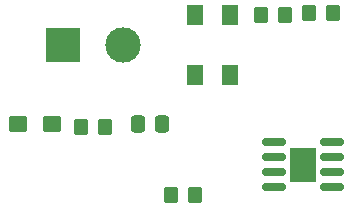
<source format=gbr>
%TF.GenerationSoftware,KiCad,Pcbnew,(6.0.10)*%
%TF.CreationDate,2023-02-17T12:11:39-08:00*%
%TF.ProjectId,exercise2,65786572-6369-4736-9532-2e6b69636164,rev?*%
%TF.SameCoordinates,Original*%
%TF.FileFunction,Soldermask,Top*%
%TF.FilePolarity,Negative*%
%FSLAX46Y46*%
G04 Gerber Fmt 4.6, Leading zero omitted, Abs format (unit mm)*
G04 Created by KiCad (PCBNEW (6.0.10)) date 2023-02-17 12:11:39*
%MOMM*%
%LPD*%
G01*
G04 APERTURE LIST*
G04 Aperture macros list*
%AMRoundRect*
0 Rectangle with rounded corners*
0 $1 Rounding radius*
0 $2 $3 $4 $5 $6 $7 $8 $9 X,Y pos of 4 corners*
0 Add a 4 corners polygon primitive as box body*
4,1,4,$2,$3,$4,$5,$6,$7,$8,$9,$2,$3,0*
0 Add four circle primitives for the rounded corners*
1,1,$1+$1,$2,$3*
1,1,$1+$1,$4,$5*
1,1,$1+$1,$6,$7*
1,1,$1+$1,$8,$9*
0 Add four rect primitives between the rounded corners*
20,1,$1+$1,$2,$3,$4,$5,0*
20,1,$1+$1,$4,$5,$6,$7,0*
20,1,$1+$1,$6,$7,$8,$9,0*
20,1,$1+$1,$8,$9,$2,$3,0*%
G04 Aperture macros list end*
%ADD10RoundRect,0.250000X0.350000X0.450000X-0.350000X0.450000X-0.350000X-0.450000X0.350000X-0.450000X0*%
%ADD11RoundRect,0.150000X-0.825000X-0.150000X0.825000X-0.150000X0.825000X0.150000X-0.825000X0.150000X0*%
%ADD12R,2.290000X3.000000*%
%ADD13RoundRect,0.250001X0.462499X0.624999X-0.462499X0.624999X-0.462499X-0.624999X0.462499X-0.624999X0*%
%ADD14RoundRect,0.250000X-0.537500X-0.425000X0.537500X-0.425000X0.537500X0.425000X-0.537500X0.425000X0*%
%ADD15RoundRect,0.250000X-0.350000X-0.450000X0.350000X-0.450000X0.350000X0.450000X-0.350000X0.450000X0*%
%ADD16RoundRect,0.250000X-0.337500X-0.475000X0.337500X-0.475000X0.337500X0.475000X-0.337500X0.475000X0*%
%ADD17RoundRect,0.250001X-0.462499X-0.624999X0.462499X-0.624999X0.462499X0.624999X-0.462499X0.624999X0*%
%ADD18R,3.000000X3.000000*%
%ADD19C,3.000000*%
G04 APERTURE END LIST*
D10*
%TO.C,R2*%
X143240000Y-106680000D03*
X141240000Y-106680000D03*
%TD*%
D11*
%TO.C,U1*%
X149925000Y-102235000D03*
X149925000Y-103505000D03*
X149925000Y-104775000D03*
X149925000Y-106045000D03*
X154875000Y-106045000D03*
X154875000Y-104775000D03*
X154875000Y-103505000D03*
X154875000Y-102235000D03*
D12*
X152400000Y-104140000D03*
%TD*%
D13*
%TO.C,D1*%
X146267500Y-91440000D03*
X143292500Y-91440000D03*
%TD*%
D14*
%TO.C,C1*%
X128260000Y-100670000D03*
X131135000Y-100670000D03*
%TD*%
D15*
%TO.C,R1*%
X133620000Y-100905000D03*
X135620000Y-100905000D03*
%TD*%
D16*
%TO.C,C2*%
X138418744Y-100680000D03*
X140493744Y-100680000D03*
%TD*%
D15*
%TO.C,R3*%
X148860000Y-91440000D03*
X150860000Y-91440000D03*
%TD*%
D17*
%TO.C,D2*%
X143292500Y-96520000D03*
X146267500Y-96520000D03*
%TD*%
D15*
%TO.C,R4*%
X152940000Y-91330000D03*
X154940000Y-91330000D03*
%TD*%
D18*
%TO.C,J1*%
X132080000Y-93980000D03*
D19*
X137160000Y-93980000D03*
%TD*%
M02*

</source>
